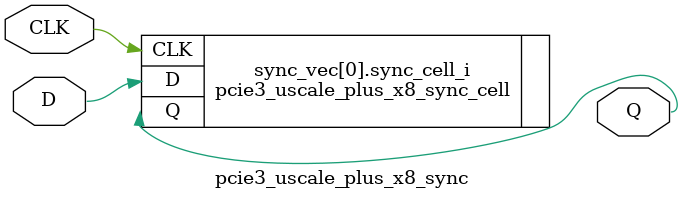
<source format=v>

`timescale 1ps / 1ps

(* DowngradeIPIdentifiedWarnings = "yes" *)
module pcie3_uscale_plus_x8_sync #
(
    parameter integer WIDTH = 1, 
    parameter integer STAGE = 3
)
(
    //-------------------------------------------------------------------------- 
    //  Input Ports
    //-------------------------------------------------------------------------- 
    input                               CLK,
    input       [WIDTH-1:0]             D,
    
    //-------------------------------------------------------------------------- 
    //  Output Ports
    //-------------------------------------------------------------------------- 
    output      [WIDTH-1:0]             Q
);                                                        



//--------------------------------------------------------------------------------------------------
//  Generate Synchronizer - Begin
//--------------------------------------------------------------------------------------------------
genvar i;

generate for (i=0; i<WIDTH; i=i+1) 

    begin : sync_vec

    //----------------------------------------------------------------------
    //  Synchronizer
    //----------------------------------------------------------------------
    pcie3_uscale_plus_x8_sync_cell #
    (
        .STAGE                          (STAGE)
    )    
    sync_cell_i
    (
        //------------------------------------------------------------------
        //  Input Ports
        //------------------------------------------------------------------
        .CLK                            (CLK),
        .D                              (D[i]),

        //------------------------------------------------------------------
        //  Output Ports
        //------------------------------------------------------------------
        .Q                              (Q[i])
    );
 
    end   
      
endgenerate 
//--------------------------------------------------------------------------------------------------
//  Generate - End
//--------------------------------------------------------------------------------------------------



endmodule

</source>
